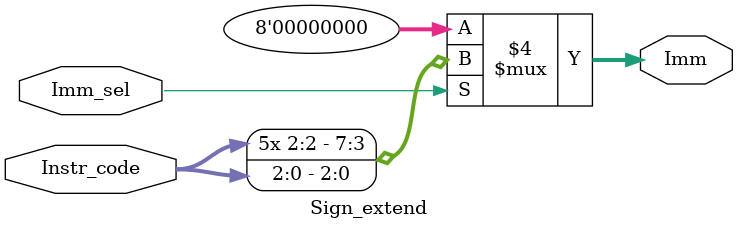
<source format=v>
`timescale 1ns / 1ps


module Sign_extend(
input Imm_sel,
input [7:0] Instr_code,
output reg [7:0] Imm
    );
    
    always@(*)
        begin
        if(Imm_sel == 1'b0) // no sign extend needed
            Imm = 8'h00;
        else //li
            Imm<=$signed(Instr_code[2:0]);
        end
endmodule

</source>
